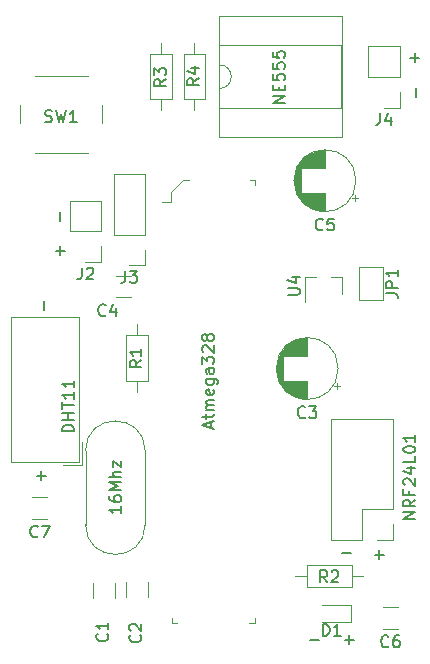
<source format=gbr>
%TF.GenerationSoftware,KiCad,Pcbnew,(5.1.6-0-10_14)*%
%TF.CreationDate,2020-10-03T22:08:30-04:00*%
%TF.ProjectId,weather_external,77656174-6865-4725-9f65-787465726e61,rev?*%
%TF.SameCoordinates,Original*%
%TF.FileFunction,Legend,Top*%
%TF.FilePolarity,Positive*%
%FSLAX46Y46*%
G04 Gerber Fmt 4.6, Leading zero omitted, Abs format (unit mm)*
G04 Created by KiCad (PCBNEW (5.1.6-0-10_14)) date 2020-10-03 22:08:30*
%MOMM*%
%LPD*%
G01*
G04 APERTURE LIST*
%ADD10C,0.150000*%
%ADD11C,0.120000*%
%ADD12C,0.100000*%
G04 APERTURE END LIST*
D10*
X134228571Y-81019047D02*
X134228571Y-81780952D01*
X133619047Y-95771428D02*
X134380952Y-95771428D01*
X134000000Y-96152380D02*
X134000000Y-95390476D01*
X160180952Y-102328571D02*
X159419047Y-102328571D01*
X162219047Y-102471428D02*
X162980952Y-102471428D01*
X162600000Y-102852380D02*
X162600000Y-102090476D01*
X156763767Y-109657188D02*
X157525672Y-109657188D01*
X159669527Y-109657188D02*
X160431432Y-109657188D01*
X160050480Y-110038140D02*
X160050480Y-109276236D01*
X135542328Y-74233992D02*
X135542328Y-73472087D01*
X135204247Y-76738788D02*
X135966152Y-76738788D01*
X135585200Y-77119740D02*
X135585200Y-76357836D01*
X165671428Y-63680952D02*
X165671428Y-62919047D01*
X165219047Y-60371428D02*
X165980952Y-60371428D01*
X165600000Y-60752380D02*
X165600000Y-59990476D01*
D11*
%TO.C,JP1*%
X162900000Y-78100000D02*
X162900000Y-80900000D01*
X162900000Y-80900000D02*
X160900000Y-80900000D01*
X160900000Y-80900000D02*
X160900000Y-78100000D01*
X160900000Y-78100000D02*
X162900000Y-78100000D01*
D12*
%TO.C,Atmega328*%
X152060000Y-70760000D02*
X151660000Y-70760000D01*
X152060000Y-71160000D02*
X152060000Y-70760000D01*
X144980000Y-71760000D02*
X144980000Y-72560000D01*
X145980000Y-70760000D02*
X144980000Y-71760000D01*
X146480000Y-70760000D02*
X145980000Y-70760000D01*
X144980000Y-72560000D02*
X144180000Y-72560000D01*
X145080000Y-108250000D02*
X145480000Y-108250000D01*
X145080000Y-107850000D02*
X145080000Y-108250000D01*
X152080000Y-108250000D02*
X151580000Y-108250000D01*
X152080000Y-107850000D02*
X152080000Y-108250000D01*
D11*
%TO.C,C7*%
X134479000Y-97580000D02*
X133221000Y-97580000D01*
X134479000Y-99420000D02*
X133221000Y-99420000D01*
%TO.C,C6*%
X164179000Y-106880000D02*
X162921000Y-106880000D01*
X164179000Y-108720000D02*
X162921000Y-108720000D01*
%TO.C,NRF24L01*%
X163730000Y-101230000D02*
X162400000Y-101230000D01*
X163730000Y-99900000D02*
X163730000Y-101230000D01*
X161130000Y-101230000D02*
X158530000Y-101230000D01*
X161130000Y-98630000D02*
X161130000Y-101230000D01*
X163730000Y-98630000D02*
X161130000Y-98630000D01*
X158530000Y-101230000D02*
X158530000Y-90950000D01*
X163730000Y-98630000D02*
X163730000Y-90950000D01*
X163730000Y-90950000D02*
X158530000Y-90950000D01*
%TO.C,DHT11*%
X137170000Y-94620000D02*
X131430000Y-94620000D01*
X131420000Y-94620000D02*
X131420000Y-82360000D01*
X131420000Y-82360000D02*
X137180000Y-82360000D01*
X137180000Y-82360000D02*
X137180000Y-94610000D01*
X137460000Y-94900000D02*
X137460000Y-92900000D01*
X137460000Y-94900000D02*
X135850000Y-94900000D01*
%TO.C,U4*%
X159480000Y-78940000D02*
X158550000Y-78940000D01*
X156320000Y-78940000D02*
X157250000Y-78940000D01*
X156320000Y-78940000D02*
X156320000Y-81100000D01*
X159480000Y-78940000D02*
X159480000Y-80400000D01*
%TO.C,D1*%
X160222980Y-106719700D02*
X157762980Y-106719700D01*
X160222980Y-108189700D02*
X160222980Y-106719700D01*
X157762980Y-108189700D02*
X160222980Y-108189700D01*
%TO.C,NE555*%
X149010000Y-56850000D02*
X149010000Y-67130000D01*
X159410000Y-56850000D02*
X149010000Y-56850000D01*
X159410000Y-67130000D02*
X159410000Y-56850000D01*
X149010000Y-67130000D02*
X159410000Y-67130000D01*
X149070000Y-59340000D02*
X149070000Y-60990000D01*
X159350000Y-59340000D02*
X149070000Y-59340000D01*
X159350000Y-64640000D02*
X159350000Y-59340000D01*
X149070000Y-64640000D02*
X159350000Y-64640000D01*
X149070000Y-62990000D02*
X149070000Y-64640000D01*
X149070000Y-60990000D02*
G75*
G02*
X149070000Y-62990000I0J-1000000D01*
G01*
%TO.C,R4*%
X146950900Y-64852160D02*
X146950900Y-63902160D01*
X146950900Y-59112160D02*
X146950900Y-60062160D01*
X147870900Y-63902160D02*
X147870900Y-60062160D01*
X146030900Y-63902160D02*
X147870900Y-63902160D01*
X146030900Y-60062160D02*
X146030900Y-63902160D01*
X147870900Y-60062160D02*
X146030900Y-60062160D01*
%TO.C,R3*%
X144098480Y-64852160D02*
X144098480Y-63902160D01*
X144098480Y-59112160D02*
X144098480Y-60062160D01*
X145018480Y-63902160D02*
X145018480Y-60062160D01*
X143178480Y-63902160D02*
X145018480Y-63902160D01*
X143178480Y-60062160D02*
X143178480Y-63902160D01*
X145018480Y-60062160D02*
X143178480Y-60062160D01*
%TO.C,C5*%
X160554775Y-72525000D02*
X160554775Y-72025000D01*
X160804775Y-72275000D02*
X160304775Y-72275000D01*
X155399000Y-71084000D02*
X155399000Y-70516000D01*
X155439000Y-71318000D02*
X155439000Y-70282000D01*
X155479000Y-71477000D02*
X155479000Y-70123000D01*
X155519000Y-71605000D02*
X155519000Y-69995000D01*
X155559000Y-71715000D02*
X155559000Y-69885000D01*
X155599000Y-71811000D02*
X155599000Y-69789000D01*
X155639000Y-71898000D02*
X155639000Y-69702000D01*
X155679000Y-71978000D02*
X155679000Y-69622000D01*
X155719000Y-72051000D02*
X155719000Y-69549000D01*
X155759000Y-72119000D02*
X155759000Y-69481000D01*
X155799000Y-72183000D02*
X155799000Y-69417000D01*
X155839000Y-72243000D02*
X155839000Y-69357000D01*
X155879000Y-72300000D02*
X155879000Y-69300000D01*
X155919000Y-72354000D02*
X155919000Y-69246000D01*
X155959000Y-72405000D02*
X155959000Y-69195000D01*
X155999000Y-69760000D02*
X155999000Y-69147000D01*
X155999000Y-72453000D02*
X155999000Y-71840000D01*
X156039000Y-69760000D02*
X156039000Y-69101000D01*
X156039000Y-72499000D02*
X156039000Y-71840000D01*
X156079000Y-69760000D02*
X156079000Y-69057000D01*
X156079000Y-72543000D02*
X156079000Y-71840000D01*
X156119000Y-69760000D02*
X156119000Y-69015000D01*
X156119000Y-72585000D02*
X156119000Y-71840000D01*
X156159000Y-69760000D02*
X156159000Y-68974000D01*
X156159000Y-72626000D02*
X156159000Y-71840000D01*
X156199000Y-69760000D02*
X156199000Y-68936000D01*
X156199000Y-72664000D02*
X156199000Y-71840000D01*
X156239000Y-69760000D02*
X156239000Y-68899000D01*
X156239000Y-72701000D02*
X156239000Y-71840000D01*
X156279000Y-69760000D02*
X156279000Y-68863000D01*
X156279000Y-72737000D02*
X156279000Y-71840000D01*
X156319000Y-69760000D02*
X156319000Y-68829000D01*
X156319000Y-72771000D02*
X156319000Y-71840000D01*
X156359000Y-69760000D02*
X156359000Y-68796000D01*
X156359000Y-72804000D02*
X156359000Y-71840000D01*
X156399000Y-69760000D02*
X156399000Y-68765000D01*
X156399000Y-72835000D02*
X156399000Y-71840000D01*
X156439000Y-69760000D02*
X156439000Y-68735000D01*
X156439000Y-72865000D02*
X156439000Y-71840000D01*
X156479000Y-69760000D02*
X156479000Y-68705000D01*
X156479000Y-72895000D02*
X156479000Y-71840000D01*
X156519000Y-69760000D02*
X156519000Y-68678000D01*
X156519000Y-72922000D02*
X156519000Y-71840000D01*
X156559000Y-69760000D02*
X156559000Y-68651000D01*
X156559000Y-72949000D02*
X156559000Y-71840000D01*
X156599000Y-69760000D02*
X156599000Y-68625000D01*
X156599000Y-72975000D02*
X156599000Y-71840000D01*
X156639000Y-69760000D02*
X156639000Y-68600000D01*
X156639000Y-73000000D02*
X156639000Y-71840000D01*
X156679000Y-69760000D02*
X156679000Y-68576000D01*
X156679000Y-73024000D02*
X156679000Y-71840000D01*
X156719000Y-69760000D02*
X156719000Y-68553000D01*
X156719000Y-73047000D02*
X156719000Y-71840000D01*
X156759000Y-69760000D02*
X156759000Y-68532000D01*
X156759000Y-73068000D02*
X156759000Y-71840000D01*
X156799000Y-69760000D02*
X156799000Y-68510000D01*
X156799000Y-73090000D02*
X156799000Y-71840000D01*
X156839000Y-69760000D02*
X156839000Y-68490000D01*
X156839000Y-73110000D02*
X156839000Y-71840000D01*
X156879000Y-69760000D02*
X156879000Y-68471000D01*
X156879000Y-73129000D02*
X156879000Y-71840000D01*
X156919000Y-69760000D02*
X156919000Y-68452000D01*
X156919000Y-73148000D02*
X156919000Y-71840000D01*
X156959000Y-69760000D02*
X156959000Y-68435000D01*
X156959000Y-73165000D02*
X156959000Y-71840000D01*
X156999000Y-69760000D02*
X156999000Y-68418000D01*
X156999000Y-73182000D02*
X156999000Y-71840000D01*
X157039000Y-69760000D02*
X157039000Y-68402000D01*
X157039000Y-73198000D02*
X157039000Y-71840000D01*
X157079000Y-69760000D02*
X157079000Y-68386000D01*
X157079000Y-73214000D02*
X157079000Y-71840000D01*
X157119000Y-69760000D02*
X157119000Y-68372000D01*
X157119000Y-73228000D02*
X157119000Y-71840000D01*
X157159000Y-69760000D02*
X157159000Y-68358000D01*
X157159000Y-73242000D02*
X157159000Y-71840000D01*
X157199000Y-69760000D02*
X157199000Y-68345000D01*
X157199000Y-73255000D02*
X157199000Y-71840000D01*
X157239000Y-69760000D02*
X157239000Y-68332000D01*
X157239000Y-73268000D02*
X157239000Y-71840000D01*
X157279000Y-69760000D02*
X157279000Y-68320000D01*
X157279000Y-73280000D02*
X157279000Y-71840000D01*
X157320000Y-69760000D02*
X157320000Y-68309000D01*
X157320000Y-73291000D02*
X157320000Y-71840000D01*
X157360000Y-69760000D02*
X157360000Y-68299000D01*
X157360000Y-73301000D02*
X157360000Y-71840000D01*
X157400000Y-69760000D02*
X157400000Y-68289000D01*
X157400000Y-73311000D02*
X157400000Y-71840000D01*
X157440000Y-69760000D02*
X157440000Y-68280000D01*
X157440000Y-73320000D02*
X157440000Y-71840000D01*
X157480000Y-69760000D02*
X157480000Y-68272000D01*
X157480000Y-73328000D02*
X157480000Y-71840000D01*
X157520000Y-69760000D02*
X157520000Y-68264000D01*
X157520000Y-73336000D02*
X157520000Y-71840000D01*
X157560000Y-69760000D02*
X157560000Y-68257000D01*
X157560000Y-73343000D02*
X157560000Y-71840000D01*
X157600000Y-69760000D02*
X157600000Y-68250000D01*
X157600000Y-73350000D02*
X157600000Y-71840000D01*
X157640000Y-69760000D02*
X157640000Y-68244000D01*
X157640000Y-73356000D02*
X157640000Y-71840000D01*
X157680000Y-69760000D02*
X157680000Y-68239000D01*
X157680000Y-73361000D02*
X157680000Y-71840000D01*
X157720000Y-69760000D02*
X157720000Y-68235000D01*
X157720000Y-73365000D02*
X157720000Y-71840000D01*
X157760000Y-69760000D02*
X157760000Y-68231000D01*
X157760000Y-73369000D02*
X157760000Y-71840000D01*
X157800000Y-69760000D02*
X157800000Y-68227000D01*
X157800000Y-73373000D02*
X157800000Y-71840000D01*
X157840000Y-69760000D02*
X157840000Y-68224000D01*
X157840000Y-73376000D02*
X157840000Y-71840000D01*
X157880000Y-69760000D02*
X157880000Y-68222000D01*
X157880000Y-73378000D02*
X157880000Y-71840000D01*
X157920000Y-69760000D02*
X157920000Y-68221000D01*
X157920000Y-73379000D02*
X157920000Y-71840000D01*
X157960000Y-73380000D02*
X157960000Y-71840000D01*
X157960000Y-69760000D02*
X157960000Y-68220000D01*
X158000000Y-73380000D02*
X158000000Y-71840000D01*
X158000000Y-69760000D02*
X158000000Y-68220000D01*
X160620000Y-70800000D02*
G75*
G03*
X160620000Y-70800000I-2620000J0D01*
G01*
%TO.C,J3*%
X142769900Y-77971960D02*
X141439900Y-77971960D01*
X142769900Y-76641960D02*
X142769900Y-77971960D01*
X142769900Y-75371960D02*
X140109900Y-75371960D01*
X140109900Y-75371960D02*
X140109900Y-70231960D01*
X142769900Y-75371960D02*
X142769900Y-70231960D01*
X142769900Y-70231960D02*
X140109900Y-70231960D01*
%TO.C,J4*%
X164330000Y-64630000D02*
X163000000Y-64630000D01*
X164330000Y-63300000D02*
X164330000Y-64630000D01*
X164330000Y-62030000D02*
X161670000Y-62030000D01*
X161670000Y-62030000D02*
X161670000Y-59430000D01*
X164330000Y-62030000D02*
X164330000Y-59430000D01*
X164330000Y-59430000D02*
X161670000Y-59430000D01*
%TO.C,J2*%
X139058960Y-77695100D02*
X137728960Y-77695100D01*
X139058960Y-76365100D02*
X139058960Y-77695100D01*
X139058960Y-75095100D02*
X136398960Y-75095100D01*
X136398960Y-75095100D02*
X136398960Y-72495100D01*
X139058960Y-75095100D02*
X139058960Y-72495100D01*
X139058960Y-72495100D02*
X136398960Y-72495100D01*
%TO.C,SW1*%
X139167820Y-65918340D02*
X139167820Y-64418340D01*
X137917820Y-61918340D02*
X133417820Y-61918340D01*
X132167820Y-64418340D02*
X132167820Y-65918340D01*
X133417820Y-68418340D02*
X137917820Y-68418340D01*
%TO.C,C4*%
X141558040Y-78846160D02*
X140300040Y-78846160D01*
X141558040Y-80686160D02*
X140300040Y-80686160D01*
%TO.C,R2*%
X161244080Y-104272080D02*
X160294080Y-104272080D01*
X155504080Y-104272080D02*
X156454080Y-104272080D01*
X160294080Y-103352080D02*
X156454080Y-103352080D01*
X160294080Y-105192080D02*
X160294080Y-103352080D01*
X156454080Y-105192080D02*
X160294080Y-105192080D01*
X156454080Y-103352080D02*
X156454080Y-105192080D01*
%TO.C,16Mhz*%
X137731260Y-93665680D02*
X137731260Y-99915680D01*
X142781260Y-93665680D02*
X142781260Y-99915680D01*
X137731260Y-99915680D02*
G75*
G03*
X142781260Y-99915680I2525000J0D01*
G01*
X137731260Y-93665680D02*
G75*
G02*
X142781260Y-93665680I2525000J0D01*
G01*
%TO.C,R1*%
X142062200Y-82931200D02*
X142062200Y-83881200D01*
X142062200Y-88671200D02*
X142062200Y-87721200D01*
X141142200Y-83881200D02*
X141142200Y-87721200D01*
X142982200Y-83881200D02*
X141142200Y-83881200D01*
X142982200Y-87721200D02*
X142982200Y-83881200D01*
X141142200Y-87721200D02*
X142982200Y-87721200D01*
%TO.C,C3*%
X159054775Y-88425000D02*
X159054775Y-87925000D01*
X159304775Y-88175000D02*
X158804775Y-88175000D01*
X153899000Y-86984000D02*
X153899000Y-86416000D01*
X153939000Y-87218000D02*
X153939000Y-86182000D01*
X153979000Y-87377000D02*
X153979000Y-86023000D01*
X154019000Y-87505000D02*
X154019000Y-85895000D01*
X154059000Y-87615000D02*
X154059000Y-85785000D01*
X154099000Y-87711000D02*
X154099000Y-85689000D01*
X154139000Y-87798000D02*
X154139000Y-85602000D01*
X154179000Y-87878000D02*
X154179000Y-85522000D01*
X154219000Y-87951000D02*
X154219000Y-85449000D01*
X154259000Y-88019000D02*
X154259000Y-85381000D01*
X154299000Y-88083000D02*
X154299000Y-85317000D01*
X154339000Y-88143000D02*
X154339000Y-85257000D01*
X154379000Y-88200000D02*
X154379000Y-85200000D01*
X154419000Y-88254000D02*
X154419000Y-85146000D01*
X154459000Y-88305000D02*
X154459000Y-85095000D01*
X154499000Y-85660000D02*
X154499000Y-85047000D01*
X154499000Y-88353000D02*
X154499000Y-87740000D01*
X154539000Y-85660000D02*
X154539000Y-85001000D01*
X154539000Y-88399000D02*
X154539000Y-87740000D01*
X154579000Y-85660000D02*
X154579000Y-84957000D01*
X154579000Y-88443000D02*
X154579000Y-87740000D01*
X154619000Y-85660000D02*
X154619000Y-84915000D01*
X154619000Y-88485000D02*
X154619000Y-87740000D01*
X154659000Y-85660000D02*
X154659000Y-84874000D01*
X154659000Y-88526000D02*
X154659000Y-87740000D01*
X154699000Y-85660000D02*
X154699000Y-84836000D01*
X154699000Y-88564000D02*
X154699000Y-87740000D01*
X154739000Y-85660000D02*
X154739000Y-84799000D01*
X154739000Y-88601000D02*
X154739000Y-87740000D01*
X154779000Y-85660000D02*
X154779000Y-84763000D01*
X154779000Y-88637000D02*
X154779000Y-87740000D01*
X154819000Y-85660000D02*
X154819000Y-84729000D01*
X154819000Y-88671000D02*
X154819000Y-87740000D01*
X154859000Y-85660000D02*
X154859000Y-84696000D01*
X154859000Y-88704000D02*
X154859000Y-87740000D01*
X154899000Y-85660000D02*
X154899000Y-84665000D01*
X154899000Y-88735000D02*
X154899000Y-87740000D01*
X154939000Y-85660000D02*
X154939000Y-84635000D01*
X154939000Y-88765000D02*
X154939000Y-87740000D01*
X154979000Y-85660000D02*
X154979000Y-84605000D01*
X154979000Y-88795000D02*
X154979000Y-87740000D01*
X155019000Y-85660000D02*
X155019000Y-84578000D01*
X155019000Y-88822000D02*
X155019000Y-87740000D01*
X155059000Y-85660000D02*
X155059000Y-84551000D01*
X155059000Y-88849000D02*
X155059000Y-87740000D01*
X155099000Y-85660000D02*
X155099000Y-84525000D01*
X155099000Y-88875000D02*
X155099000Y-87740000D01*
X155139000Y-85660000D02*
X155139000Y-84500000D01*
X155139000Y-88900000D02*
X155139000Y-87740000D01*
X155179000Y-85660000D02*
X155179000Y-84476000D01*
X155179000Y-88924000D02*
X155179000Y-87740000D01*
X155219000Y-85660000D02*
X155219000Y-84453000D01*
X155219000Y-88947000D02*
X155219000Y-87740000D01*
X155259000Y-85660000D02*
X155259000Y-84432000D01*
X155259000Y-88968000D02*
X155259000Y-87740000D01*
X155299000Y-85660000D02*
X155299000Y-84410000D01*
X155299000Y-88990000D02*
X155299000Y-87740000D01*
X155339000Y-85660000D02*
X155339000Y-84390000D01*
X155339000Y-89010000D02*
X155339000Y-87740000D01*
X155379000Y-85660000D02*
X155379000Y-84371000D01*
X155379000Y-89029000D02*
X155379000Y-87740000D01*
X155419000Y-85660000D02*
X155419000Y-84352000D01*
X155419000Y-89048000D02*
X155419000Y-87740000D01*
X155459000Y-85660000D02*
X155459000Y-84335000D01*
X155459000Y-89065000D02*
X155459000Y-87740000D01*
X155499000Y-85660000D02*
X155499000Y-84318000D01*
X155499000Y-89082000D02*
X155499000Y-87740000D01*
X155539000Y-85660000D02*
X155539000Y-84302000D01*
X155539000Y-89098000D02*
X155539000Y-87740000D01*
X155579000Y-85660000D02*
X155579000Y-84286000D01*
X155579000Y-89114000D02*
X155579000Y-87740000D01*
X155619000Y-85660000D02*
X155619000Y-84272000D01*
X155619000Y-89128000D02*
X155619000Y-87740000D01*
X155659000Y-85660000D02*
X155659000Y-84258000D01*
X155659000Y-89142000D02*
X155659000Y-87740000D01*
X155699000Y-85660000D02*
X155699000Y-84245000D01*
X155699000Y-89155000D02*
X155699000Y-87740000D01*
X155739000Y-85660000D02*
X155739000Y-84232000D01*
X155739000Y-89168000D02*
X155739000Y-87740000D01*
X155779000Y-85660000D02*
X155779000Y-84220000D01*
X155779000Y-89180000D02*
X155779000Y-87740000D01*
X155820000Y-85660000D02*
X155820000Y-84209000D01*
X155820000Y-89191000D02*
X155820000Y-87740000D01*
X155860000Y-85660000D02*
X155860000Y-84199000D01*
X155860000Y-89201000D02*
X155860000Y-87740000D01*
X155900000Y-85660000D02*
X155900000Y-84189000D01*
X155900000Y-89211000D02*
X155900000Y-87740000D01*
X155940000Y-85660000D02*
X155940000Y-84180000D01*
X155940000Y-89220000D02*
X155940000Y-87740000D01*
X155980000Y-85660000D02*
X155980000Y-84172000D01*
X155980000Y-89228000D02*
X155980000Y-87740000D01*
X156020000Y-85660000D02*
X156020000Y-84164000D01*
X156020000Y-89236000D02*
X156020000Y-87740000D01*
X156060000Y-85660000D02*
X156060000Y-84157000D01*
X156060000Y-89243000D02*
X156060000Y-87740000D01*
X156100000Y-85660000D02*
X156100000Y-84150000D01*
X156100000Y-89250000D02*
X156100000Y-87740000D01*
X156140000Y-85660000D02*
X156140000Y-84144000D01*
X156140000Y-89256000D02*
X156140000Y-87740000D01*
X156180000Y-85660000D02*
X156180000Y-84139000D01*
X156180000Y-89261000D02*
X156180000Y-87740000D01*
X156220000Y-85660000D02*
X156220000Y-84135000D01*
X156220000Y-89265000D02*
X156220000Y-87740000D01*
X156260000Y-85660000D02*
X156260000Y-84131000D01*
X156260000Y-89269000D02*
X156260000Y-87740000D01*
X156300000Y-85660000D02*
X156300000Y-84127000D01*
X156300000Y-89273000D02*
X156300000Y-87740000D01*
X156340000Y-85660000D02*
X156340000Y-84124000D01*
X156340000Y-89276000D02*
X156340000Y-87740000D01*
X156380000Y-85660000D02*
X156380000Y-84122000D01*
X156380000Y-89278000D02*
X156380000Y-87740000D01*
X156420000Y-85660000D02*
X156420000Y-84121000D01*
X156420000Y-89279000D02*
X156420000Y-87740000D01*
X156460000Y-89280000D02*
X156460000Y-87740000D01*
X156460000Y-85660000D02*
X156460000Y-84120000D01*
X156500000Y-89280000D02*
X156500000Y-87740000D01*
X156500000Y-85660000D02*
X156500000Y-84120000D01*
X159120000Y-86700000D02*
G75*
G03*
X159120000Y-86700000I-2620000J0D01*
G01*
%TO.C,C2*%
X143027920Y-106066620D02*
X143027920Y-104808620D01*
X141187920Y-106066620D02*
X141187920Y-104808620D01*
%TO.C,C1*%
X138371060Y-104842280D02*
X138371060Y-106100280D01*
X140211060Y-104842280D02*
X140211060Y-106100280D01*
%TO.C,JP1*%
D10*
X163152380Y-80333333D02*
X163866666Y-80333333D01*
X164009523Y-80380952D01*
X164104761Y-80476190D01*
X164152380Y-80619047D01*
X164152380Y-80714285D01*
X164152380Y-79857142D02*
X163152380Y-79857142D01*
X163152380Y-79476190D01*
X163200000Y-79380952D01*
X163247619Y-79333333D01*
X163342857Y-79285714D01*
X163485714Y-79285714D01*
X163580952Y-79333333D01*
X163628571Y-79380952D01*
X163676190Y-79476190D01*
X163676190Y-79857142D01*
X164152380Y-78333333D02*
X164152380Y-78904761D01*
X164152380Y-78619047D02*
X163152380Y-78619047D01*
X163295238Y-78714285D01*
X163390476Y-78809523D01*
X163438095Y-78904761D01*
%TO.C,Atmega328*%
X148319786Y-91694140D02*
X148319786Y-91217950D01*
X148605500Y-91789379D02*
X147605500Y-91456045D01*
X148605500Y-91122712D01*
X147938834Y-90932236D02*
X147938834Y-90551283D01*
X147605500Y-90789379D02*
X148462643Y-90789379D01*
X148557881Y-90741760D01*
X148605500Y-90646521D01*
X148605500Y-90551283D01*
X148605500Y-90217950D02*
X147938834Y-90217950D01*
X148034072Y-90217950D02*
X147986453Y-90170331D01*
X147938834Y-90075093D01*
X147938834Y-89932236D01*
X147986453Y-89836998D01*
X148081691Y-89789379D01*
X148605500Y-89789379D01*
X148081691Y-89789379D02*
X147986453Y-89741760D01*
X147938834Y-89646521D01*
X147938834Y-89503664D01*
X147986453Y-89408426D01*
X148081691Y-89360807D01*
X148605500Y-89360807D01*
X148557881Y-88503664D02*
X148605500Y-88598902D01*
X148605500Y-88789379D01*
X148557881Y-88884617D01*
X148462643Y-88932236D01*
X148081691Y-88932236D01*
X147986453Y-88884617D01*
X147938834Y-88789379D01*
X147938834Y-88598902D01*
X147986453Y-88503664D01*
X148081691Y-88456045D01*
X148176929Y-88456045D01*
X148272167Y-88932236D01*
X147938834Y-87598902D02*
X148748358Y-87598902D01*
X148843596Y-87646521D01*
X148891215Y-87694140D01*
X148938834Y-87789379D01*
X148938834Y-87932236D01*
X148891215Y-88027474D01*
X148557881Y-87598902D02*
X148605500Y-87694140D01*
X148605500Y-87884617D01*
X148557881Y-87979855D01*
X148510262Y-88027474D01*
X148415024Y-88075093D01*
X148129310Y-88075093D01*
X148034072Y-88027474D01*
X147986453Y-87979855D01*
X147938834Y-87884617D01*
X147938834Y-87694140D01*
X147986453Y-87598902D01*
X148605500Y-86694140D02*
X148081691Y-86694140D01*
X147986453Y-86741760D01*
X147938834Y-86836998D01*
X147938834Y-87027474D01*
X147986453Y-87122712D01*
X148557881Y-86694140D02*
X148605500Y-86789379D01*
X148605500Y-87027474D01*
X148557881Y-87122712D01*
X148462643Y-87170331D01*
X148367405Y-87170331D01*
X148272167Y-87122712D01*
X148224548Y-87027474D01*
X148224548Y-86789379D01*
X148176929Y-86694140D01*
X147605500Y-86313188D02*
X147605500Y-85694140D01*
X147986453Y-86027474D01*
X147986453Y-85884617D01*
X148034072Y-85789379D01*
X148081691Y-85741760D01*
X148176929Y-85694140D01*
X148415024Y-85694140D01*
X148510262Y-85741760D01*
X148557881Y-85789379D01*
X148605500Y-85884617D01*
X148605500Y-86170331D01*
X148557881Y-86265569D01*
X148510262Y-86313188D01*
X147700739Y-85313188D02*
X147653120Y-85265569D01*
X147605500Y-85170331D01*
X147605500Y-84932236D01*
X147653120Y-84836998D01*
X147700739Y-84789379D01*
X147795977Y-84741760D01*
X147891215Y-84741760D01*
X148034072Y-84789379D01*
X148605500Y-85360807D01*
X148605500Y-84741760D01*
X148034072Y-84170331D02*
X147986453Y-84265569D01*
X147938834Y-84313188D01*
X147843596Y-84360807D01*
X147795977Y-84360807D01*
X147700739Y-84313188D01*
X147653120Y-84265569D01*
X147605500Y-84170331D01*
X147605500Y-83979855D01*
X147653120Y-83884617D01*
X147700739Y-83836998D01*
X147795977Y-83789379D01*
X147843596Y-83789379D01*
X147938834Y-83836998D01*
X147986453Y-83884617D01*
X148034072Y-83979855D01*
X148034072Y-84170331D01*
X148081691Y-84265569D01*
X148129310Y-84313188D01*
X148224548Y-84360807D01*
X148415024Y-84360807D01*
X148510262Y-84313188D01*
X148557881Y-84265569D01*
X148605500Y-84170331D01*
X148605500Y-83979855D01*
X148557881Y-83884617D01*
X148510262Y-83836998D01*
X148415024Y-83789379D01*
X148224548Y-83789379D01*
X148129310Y-83836998D01*
X148081691Y-83884617D01*
X148034072Y-83979855D01*
%TO.C,C7*%
X133683333Y-100907142D02*
X133635714Y-100954761D01*
X133492857Y-101002380D01*
X133397619Y-101002380D01*
X133254761Y-100954761D01*
X133159523Y-100859523D01*
X133111904Y-100764285D01*
X133064285Y-100573809D01*
X133064285Y-100430952D01*
X133111904Y-100240476D01*
X133159523Y-100145238D01*
X133254761Y-100050000D01*
X133397619Y-100002380D01*
X133492857Y-100002380D01*
X133635714Y-100050000D01*
X133683333Y-100097619D01*
X134016666Y-100002380D02*
X134683333Y-100002380D01*
X134254761Y-101002380D01*
%TO.C,C6*%
X163383333Y-110207142D02*
X163335714Y-110254761D01*
X163192857Y-110302380D01*
X163097619Y-110302380D01*
X162954761Y-110254761D01*
X162859523Y-110159523D01*
X162811904Y-110064285D01*
X162764285Y-109873809D01*
X162764285Y-109730952D01*
X162811904Y-109540476D01*
X162859523Y-109445238D01*
X162954761Y-109350000D01*
X163097619Y-109302380D01*
X163192857Y-109302380D01*
X163335714Y-109350000D01*
X163383333Y-109397619D01*
X164240476Y-109302380D02*
X164050000Y-109302380D01*
X163954761Y-109350000D01*
X163907142Y-109397619D01*
X163811904Y-109540476D01*
X163764285Y-109730952D01*
X163764285Y-110111904D01*
X163811904Y-110207142D01*
X163859523Y-110254761D01*
X163954761Y-110302380D01*
X164145238Y-110302380D01*
X164240476Y-110254761D01*
X164288095Y-110207142D01*
X164335714Y-110111904D01*
X164335714Y-109873809D01*
X164288095Y-109778571D01*
X164240476Y-109730952D01*
X164145238Y-109683333D01*
X163954761Y-109683333D01*
X163859523Y-109730952D01*
X163811904Y-109778571D01*
X163764285Y-109873809D01*
%TO.C,NRF24L01*%
X165652380Y-99423809D02*
X164652380Y-99423809D01*
X165652380Y-98852380D01*
X164652380Y-98852380D01*
X165652380Y-97804761D02*
X165176190Y-98138095D01*
X165652380Y-98376190D02*
X164652380Y-98376190D01*
X164652380Y-97995238D01*
X164700000Y-97900000D01*
X164747619Y-97852380D01*
X164842857Y-97804761D01*
X164985714Y-97804761D01*
X165080952Y-97852380D01*
X165128571Y-97900000D01*
X165176190Y-97995238D01*
X165176190Y-98376190D01*
X165128571Y-97042857D02*
X165128571Y-97376190D01*
X165652380Y-97376190D02*
X164652380Y-97376190D01*
X164652380Y-96900000D01*
X164747619Y-96566666D02*
X164700000Y-96519047D01*
X164652380Y-96423809D01*
X164652380Y-96185714D01*
X164700000Y-96090476D01*
X164747619Y-96042857D01*
X164842857Y-95995238D01*
X164938095Y-95995238D01*
X165080952Y-96042857D01*
X165652380Y-96614285D01*
X165652380Y-95995238D01*
X164985714Y-95138095D02*
X165652380Y-95138095D01*
X164604761Y-95376190D02*
X165319047Y-95614285D01*
X165319047Y-94995238D01*
X165652380Y-94138095D02*
X165652380Y-94614285D01*
X164652380Y-94614285D01*
X164652380Y-93614285D02*
X164652380Y-93519047D01*
X164700000Y-93423809D01*
X164747619Y-93376190D01*
X164842857Y-93328571D01*
X165033333Y-93280952D01*
X165271428Y-93280952D01*
X165461904Y-93328571D01*
X165557142Y-93376190D01*
X165604761Y-93423809D01*
X165652380Y-93519047D01*
X165652380Y-93614285D01*
X165604761Y-93709523D01*
X165557142Y-93757142D01*
X165461904Y-93804761D01*
X165271428Y-93852380D01*
X165033333Y-93852380D01*
X164842857Y-93804761D01*
X164747619Y-93757142D01*
X164700000Y-93709523D01*
X164652380Y-93614285D01*
X165652380Y-92328571D02*
X165652380Y-92900000D01*
X165652380Y-92614285D02*
X164652380Y-92614285D01*
X164795238Y-92709523D01*
X164890476Y-92804761D01*
X164938095Y-92900000D01*
%TO.C,DHT11*%
X136752380Y-92019047D02*
X135752380Y-92019047D01*
X135752380Y-91780952D01*
X135800000Y-91638095D01*
X135895238Y-91542857D01*
X135990476Y-91495238D01*
X136180952Y-91447619D01*
X136323809Y-91447619D01*
X136514285Y-91495238D01*
X136609523Y-91542857D01*
X136704761Y-91638095D01*
X136752380Y-91780952D01*
X136752380Y-92019047D01*
X136752380Y-91019047D02*
X135752380Y-91019047D01*
X136228571Y-91019047D02*
X136228571Y-90447619D01*
X136752380Y-90447619D02*
X135752380Y-90447619D01*
X135752380Y-90114285D02*
X135752380Y-89542857D01*
X136752380Y-89828571D02*
X135752380Y-89828571D01*
X136752380Y-88685714D02*
X136752380Y-89257142D01*
X136752380Y-88971428D02*
X135752380Y-88971428D01*
X135895238Y-89066666D01*
X135990476Y-89161904D01*
X136038095Y-89257142D01*
X136752380Y-87733333D02*
X136752380Y-88304761D01*
X136752380Y-88019047D02*
X135752380Y-88019047D01*
X135895238Y-88114285D01*
X135990476Y-88209523D01*
X136038095Y-88304761D01*
%TO.C,U4*%
X154852380Y-80461904D02*
X155661904Y-80461904D01*
X155757142Y-80414285D01*
X155804761Y-80366666D01*
X155852380Y-80271428D01*
X155852380Y-80080952D01*
X155804761Y-79985714D01*
X155757142Y-79938095D01*
X155661904Y-79890476D01*
X154852380Y-79890476D01*
X155185714Y-78985714D02*
X155852380Y-78985714D01*
X154804761Y-79223809D02*
X155519047Y-79461904D01*
X155519047Y-78842857D01*
%TO.C,D1*%
X157824884Y-109337080D02*
X157824884Y-108337080D01*
X158062980Y-108337080D01*
X158205837Y-108384700D01*
X158301075Y-108479938D01*
X158348694Y-108575176D01*
X158396313Y-108765652D01*
X158396313Y-108908509D01*
X158348694Y-109098985D01*
X158301075Y-109194223D01*
X158205837Y-109289461D01*
X158062980Y-109337080D01*
X157824884Y-109337080D01*
X159348694Y-109337080D02*
X158777265Y-109337080D01*
X159062980Y-109337080D02*
X159062980Y-108337080D01*
X158967741Y-108479938D01*
X158872503Y-108575176D01*
X158777265Y-108622795D01*
%TO.C,NE555*%
X154596340Y-64204926D02*
X153596340Y-64204926D01*
X154596340Y-63633498D01*
X153596340Y-63633498D01*
X154072531Y-63157307D02*
X154072531Y-62823974D01*
X154596340Y-62681117D02*
X154596340Y-63157307D01*
X153596340Y-63157307D01*
X153596340Y-62681117D01*
X153596340Y-61776355D02*
X153596340Y-62252545D01*
X154072531Y-62300164D01*
X154024912Y-62252545D01*
X153977293Y-62157307D01*
X153977293Y-61919212D01*
X154024912Y-61823974D01*
X154072531Y-61776355D01*
X154167769Y-61728736D01*
X154405864Y-61728736D01*
X154501102Y-61776355D01*
X154548721Y-61823974D01*
X154596340Y-61919212D01*
X154596340Y-62157307D01*
X154548721Y-62252545D01*
X154501102Y-62300164D01*
X153596340Y-60823974D02*
X153596340Y-61300164D01*
X154072531Y-61347783D01*
X154024912Y-61300164D01*
X153977293Y-61204926D01*
X153977293Y-60966831D01*
X154024912Y-60871593D01*
X154072531Y-60823974D01*
X154167769Y-60776355D01*
X154405864Y-60776355D01*
X154501102Y-60823974D01*
X154548721Y-60871593D01*
X154596340Y-60966831D01*
X154596340Y-61204926D01*
X154548721Y-61300164D01*
X154501102Y-61347783D01*
X153596340Y-59871593D02*
X153596340Y-60347783D01*
X154072531Y-60395402D01*
X154024912Y-60347783D01*
X153977293Y-60252545D01*
X153977293Y-60014450D01*
X154024912Y-59919212D01*
X154072531Y-59871593D01*
X154167769Y-59823974D01*
X154405864Y-59823974D01*
X154501102Y-59871593D01*
X154548721Y-59919212D01*
X154596340Y-60014450D01*
X154596340Y-60252545D01*
X154548721Y-60347783D01*
X154501102Y-60395402D01*
%TO.C,R4*%
X147347400Y-62128506D02*
X146871210Y-62461840D01*
X147347400Y-62699935D02*
X146347400Y-62699935D01*
X146347400Y-62318982D01*
X146395020Y-62223744D01*
X146442639Y-62176125D01*
X146537877Y-62128506D01*
X146680734Y-62128506D01*
X146775972Y-62176125D01*
X146823591Y-62223744D01*
X146871210Y-62318982D01*
X146871210Y-62699935D01*
X146680734Y-61271363D02*
X147347400Y-61271363D01*
X146299781Y-61509459D02*
X147014067Y-61747554D01*
X147014067Y-61128506D01*
%TO.C,R3*%
X144548320Y-62212326D02*
X144072130Y-62545660D01*
X144548320Y-62783755D02*
X143548320Y-62783755D01*
X143548320Y-62402802D01*
X143595940Y-62307564D01*
X143643559Y-62259945D01*
X143738797Y-62212326D01*
X143881654Y-62212326D01*
X143976892Y-62259945D01*
X144024511Y-62307564D01*
X144072130Y-62402802D01*
X144072130Y-62783755D01*
X143548320Y-61878993D02*
X143548320Y-61259945D01*
X143929273Y-61593279D01*
X143929273Y-61450421D01*
X143976892Y-61355183D01*
X144024511Y-61307564D01*
X144119749Y-61259945D01*
X144357844Y-61259945D01*
X144453082Y-61307564D01*
X144500701Y-61355183D01*
X144548320Y-61450421D01*
X144548320Y-61736136D01*
X144500701Y-61831374D01*
X144453082Y-61878993D01*
%TO.C,C5*%
X157833333Y-74907142D02*
X157785714Y-74954761D01*
X157642857Y-75002380D01*
X157547619Y-75002380D01*
X157404761Y-74954761D01*
X157309523Y-74859523D01*
X157261904Y-74764285D01*
X157214285Y-74573809D01*
X157214285Y-74430952D01*
X157261904Y-74240476D01*
X157309523Y-74145238D01*
X157404761Y-74050000D01*
X157547619Y-74002380D01*
X157642857Y-74002380D01*
X157785714Y-74050000D01*
X157833333Y-74097619D01*
X158738095Y-74002380D02*
X158261904Y-74002380D01*
X158214285Y-74478571D01*
X158261904Y-74430952D01*
X158357142Y-74383333D01*
X158595238Y-74383333D01*
X158690476Y-74430952D01*
X158738095Y-74478571D01*
X158785714Y-74573809D01*
X158785714Y-74811904D01*
X158738095Y-74907142D01*
X158690476Y-74954761D01*
X158595238Y-75002380D01*
X158357142Y-75002380D01*
X158261904Y-74954761D01*
X158214285Y-74907142D01*
%TO.C,J3*%
X141106566Y-78424340D02*
X141106566Y-79138626D01*
X141058947Y-79281483D01*
X140963709Y-79376721D01*
X140820852Y-79424340D01*
X140725614Y-79424340D01*
X141487519Y-78424340D02*
X142106566Y-78424340D01*
X141773233Y-78805293D01*
X141916090Y-78805293D01*
X142011328Y-78852912D01*
X142058947Y-78900531D01*
X142106566Y-78995769D01*
X142106566Y-79233864D01*
X142058947Y-79329102D01*
X142011328Y-79376721D01*
X141916090Y-79424340D01*
X141630376Y-79424340D01*
X141535138Y-79376721D01*
X141487519Y-79329102D01*
%TO.C,J4*%
X162666666Y-65082380D02*
X162666666Y-65796666D01*
X162619047Y-65939523D01*
X162523809Y-66034761D01*
X162380952Y-66082380D01*
X162285714Y-66082380D01*
X163571428Y-65415714D02*
X163571428Y-66082380D01*
X163333333Y-65034761D02*
X163095238Y-65749047D01*
X163714285Y-65749047D01*
%TO.C,J2*%
X137395626Y-78147480D02*
X137395626Y-78861766D01*
X137348007Y-79004623D01*
X137252769Y-79099861D01*
X137109912Y-79147480D01*
X137014674Y-79147480D01*
X137824198Y-78242719D02*
X137871817Y-78195100D01*
X137967055Y-78147480D01*
X138205150Y-78147480D01*
X138300388Y-78195100D01*
X138348007Y-78242719D01*
X138395626Y-78337957D01*
X138395626Y-78433195D01*
X138348007Y-78576052D01*
X137776579Y-79147480D01*
X138395626Y-79147480D01*
%TO.C,SW1*%
X134302666Y-65786901D02*
X134445523Y-65834520D01*
X134683619Y-65834520D01*
X134778857Y-65786901D01*
X134826476Y-65739282D01*
X134874095Y-65644044D01*
X134874095Y-65548806D01*
X134826476Y-65453568D01*
X134778857Y-65405949D01*
X134683619Y-65358330D01*
X134493142Y-65310711D01*
X134397904Y-65263092D01*
X134350285Y-65215473D01*
X134302666Y-65120235D01*
X134302666Y-65024997D01*
X134350285Y-64929759D01*
X134397904Y-64882140D01*
X134493142Y-64834520D01*
X134731238Y-64834520D01*
X134874095Y-64882140D01*
X135207428Y-64834520D02*
X135445523Y-65834520D01*
X135636000Y-65120235D01*
X135826476Y-65834520D01*
X136064571Y-64834520D01*
X136969333Y-65834520D02*
X136397904Y-65834520D01*
X136683619Y-65834520D02*
X136683619Y-64834520D01*
X136588380Y-64977378D01*
X136493142Y-65072616D01*
X136397904Y-65120235D01*
%TO.C,C4*%
X139433333Y-82173302D02*
X139385714Y-82220921D01*
X139242857Y-82268540D01*
X139147619Y-82268540D01*
X139004761Y-82220921D01*
X138909523Y-82125683D01*
X138861904Y-82030445D01*
X138814285Y-81839969D01*
X138814285Y-81697112D01*
X138861904Y-81506636D01*
X138909523Y-81411398D01*
X139004761Y-81316160D01*
X139147619Y-81268540D01*
X139242857Y-81268540D01*
X139385714Y-81316160D01*
X139433333Y-81363779D01*
X140290476Y-81601874D02*
X140290476Y-82268540D01*
X140052380Y-81220921D02*
X139814285Y-81935207D01*
X140433333Y-81935207D01*
%TO.C,R2*%
X158187093Y-104800660D02*
X157853760Y-104324470D01*
X157615664Y-104800660D02*
X157615664Y-103800660D01*
X157996617Y-103800660D01*
X158091855Y-103848280D01*
X158139474Y-103895899D01*
X158187093Y-103991137D01*
X158187093Y-104133994D01*
X158139474Y-104229232D01*
X158091855Y-104276851D01*
X157996617Y-104324470D01*
X157615664Y-104324470D01*
X158568045Y-103895899D02*
X158615664Y-103848280D01*
X158710902Y-103800660D01*
X158948998Y-103800660D01*
X159044236Y-103848280D01*
X159091855Y-103895899D01*
X159139474Y-103991137D01*
X159139474Y-104086375D01*
X159091855Y-104229232D01*
X158520426Y-104800660D01*
X159139474Y-104800660D01*
%TO.C,16Mhz*%
X140749280Y-98377807D02*
X140749280Y-98949236D01*
X140749280Y-98663521D02*
X139749280Y-98663521D01*
X139892138Y-98758760D01*
X139987376Y-98853998D01*
X140034995Y-98949236D01*
X139749280Y-97520664D02*
X139749280Y-97711140D01*
X139796900Y-97806379D01*
X139844519Y-97853998D01*
X139987376Y-97949236D01*
X140177852Y-97996855D01*
X140558804Y-97996855D01*
X140654042Y-97949236D01*
X140701661Y-97901617D01*
X140749280Y-97806379D01*
X140749280Y-97615902D01*
X140701661Y-97520664D01*
X140654042Y-97473045D01*
X140558804Y-97425426D01*
X140320709Y-97425426D01*
X140225471Y-97473045D01*
X140177852Y-97520664D01*
X140130233Y-97615902D01*
X140130233Y-97806379D01*
X140177852Y-97901617D01*
X140225471Y-97949236D01*
X140320709Y-97996855D01*
X140749280Y-96996855D02*
X139749280Y-96996855D01*
X140463566Y-96663521D01*
X139749280Y-96330188D01*
X140749280Y-96330188D01*
X140749280Y-95853998D02*
X139749280Y-95853998D01*
X140749280Y-95425426D02*
X140225471Y-95425426D01*
X140130233Y-95473045D01*
X140082614Y-95568283D01*
X140082614Y-95711140D01*
X140130233Y-95806379D01*
X140177852Y-95853998D01*
X140082614Y-95044474D02*
X140082614Y-94520664D01*
X140749280Y-95044474D01*
X140749280Y-94520664D01*
%TO.C,R1*%
X142466320Y-85980566D02*
X141990130Y-86313900D01*
X142466320Y-86551995D02*
X141466320Y-86551995D01*
X141466320Y-86171042D01*
X141513940Y-86075804D01*
X141561559Y-86028185D01*
X141656797Y-85980566D01*
X141799654Y-85980566D01*
X141894892Y-86028185D01*
X141942511Y-86075804D01*
X141990130Y-86171042D01*
X141990130Y-86551995D01*
X142466320Y-85028185D02*
X142466320Y-85599614D01*
X142466320Y-85313900D02*
X141466320Y-85313900D01*
X141609178Y-85409138D01*
X141704416Y-85504376D01*
X141752035Y-85599614D01*
%TO.C,C3*%
X156333333Y-90807142D02*
X156285714Y-90854761D01*
X156142857Y-90902380D01*
X156047619Y-90902380D01*
X155904761Y-90854761D01*
X155809523Y-90759523D01*
X155761904Y-90664285D01*
X155714285Y-90473809D01*
X155714285Y-90330952D01*
X155761904Y-90140476D01*
X155809523Y-90045238D01*
X155904761Y-89950000D01*
X156047619Y-89902380D01*
X156142857Y-89902380D01*
X156285714Y-89950000D01*
X156333333Y-89997619D01*
X156666666Y-89902380D02*
X157285714Y-89902380D01*
X156952380Y-90283333D01*
X157095238Y-90283333D01*
X157190476Y-90330952D01*
X157238095Y-90378571D01*
X157285714Y-90473809D01*
X157285714Y-90711904D01*
X157238095Y-90807142D01*
X157190476Y-90854761D01*
X157095238Y-90902380D01*
X156809523Y-90902380D01*
X156714285Y-90854761D01*
X156666666Y-90807142D01*
%TO.C,C2*%
X142357142Y-109266666D02*
X142404761Y-109314285D01*
X142452380Y-109457142D01*
X142452380Y-109552380D01*
X142404761Y-109695238D01*
X142309523Y-109790476D01*
X142214285Y-109838095D01*
X142023809Y-109885714D01*
X141880952Y-109885714D01*
X141690476Y-109838095D01*
X141595238Y-109790476D01*
X141500000Y-109695238D01*
X141452380Y-109552380D01*
X141452380Y-109457142D01*
X141500000Y-109314285D01*
X141547619Y-109266666D01*
X141547619Y-108885714D02*
X141500000Y-108838095D01*
X141452380Y-108742857D01*
X141452380Y-108504761D01*
X141500000Y-108409523D01*
X141547619Y-108361904D01*
X141642857Y-108314285D01*
X141738095Y-108314285D01*
X141880952Y-108361904D01*
X142452380Y-108933333D01*
X142452380Y-108314285D01*
%TO.C,C1*%
X139557142Y-109166666D02*
X139604761Y-109214285D01*
X139652380Y-109357142D01*
X139652380Y-109452380D01*
X139604761Y-109595238D01*
X139509523Y-109690476D01*
X139414285Y-109738095D01*
X139223809Y-109785714D01*
X139080952Y-109785714D01*
X138890476Y-109738095D01*
X138795238Y-109690476D01*
X138700000Y-109595238D01*
X138652380Y-109452380D01*
X138652380Y-109357142D01*
X138700000Y-109214285D01*
X138747619Y-109166666D01*
X139652380Y-108214285D02*
X139652380Y-108785714D01*
X139652380Y-108500000D02*
X138652380Y-108500000D01*
X138795238Y-108595238D01*
X138890476Y-108690476D01*
X138938095Y-108785714D01*
%TD*%
M02*

</source>
